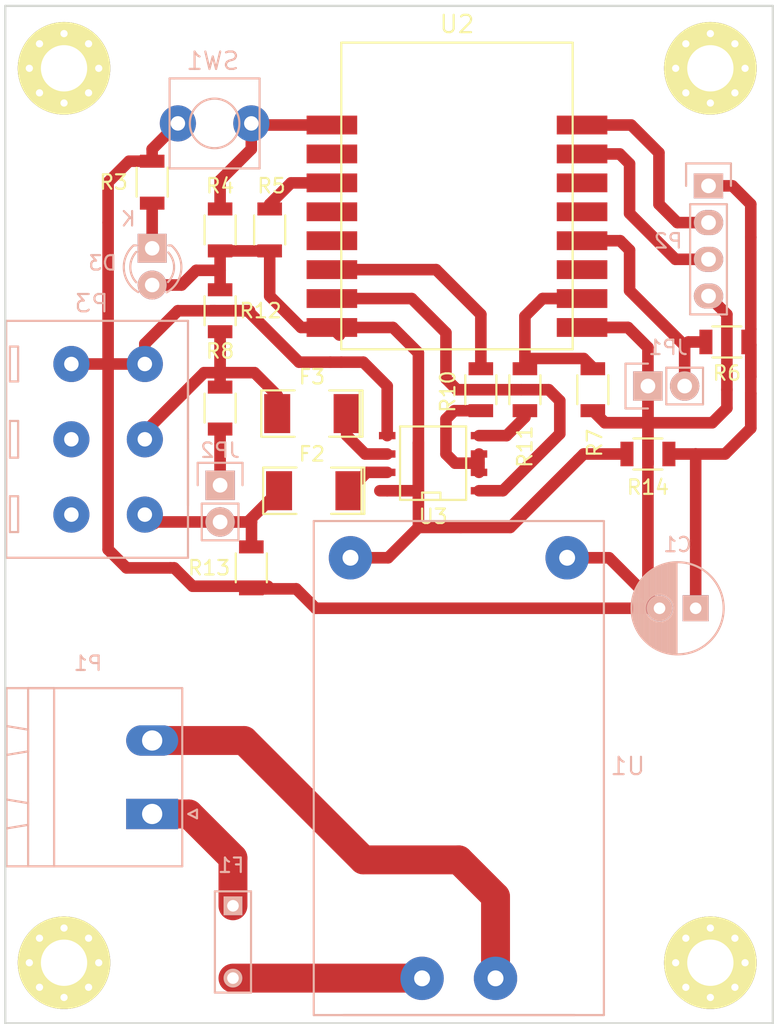
<source format=kicad_pcb>
(kicad_pcb (version 20221018) (generator pcbnew)
  (layers (0 "F.Cu" signal) (31 "B.Cu" signal) (34 "B.Paste" user) (35 "F.Paste" user) (36 "B.SilkS" user "B.Silkscreen") (37 "F.SilkS" user "F.Silkscreen") (38 "B.Mask" user) (39 "F.Mask" user) (44 "Edge.Cuts" user))
  (net 0 "")
  (net 1 "GND")
  (net 2 "+3V3")
  (net 3 "Net-(D3-K)")
  (net 4 "Net-(F1-Pad2)")
  (net 5 "Net-(F2-Pad1)")
  (net 6 "Net-(P1-P1)")
  (net 7 "Net-(F3-Pad1)")
  (net 8 "Net-(JP2-Pad1)")
  (net 9 "Net-(U3-B)")
  (net 10 "Net-(R11-Pad2)")
  (net 11 "Net-(R10-Pad2)")
  (net 12 "Net-(U2-Pad7)")
  (net 13 "Net-(P3-P1)")
  (net 14 "Net-(U3-A)")
  (net 15 "Net-(P3-P2)")
  (net 16 "Net-(U2-GPIO00)")
  (net 17 "Net-(P1-P2)")
  (net 18 "Net-(P2-P2)")
  (net 19 "Net-(P2-P3)")
  (net 20 "Net-(U2-RST)")
  (net 21 "Net-(U2-EN)")
  (net 22 "Net-(U2-GPIO15)")
  (net 23 "Net-(U2-GPIO12)")
  (net 24 "Net-(U3-DE)")
  (net 25 "Net-(U3-DI)")
  (net 32 "Net-(U2-GPIO13)")
  (footprint "SMD_Packages:SMD-2010_Pol" (layer "F.Cu") (at 120.269 101.346 180)
    (fp_text reference "F2" (at 0.127 2.54 180) (layer "F.SilkS"))
    (fp_text value "F_Small")
    (pad "1" smd rect (at -2.4003 0 180) (size 1.80086 2.70002) (layers "F.Cu" "F.Paste" "F.Mask") (net 9 "Net-(U3-B)"))
    (pad "2" smd rect (at 2.4003 0 180) (size 1.80086 2.70002) (layers "F.Cu" "F.Paste" "F.Mask") (net 13 "Net-(P3-P1)"))
  )
  (footprint "SMD_Packages:SMD-2010_Pol" (layer "F.Cu") (at 120.142 96.012 180)
    (fp_text reference "F3" (at 0 2.54 180) (layer "F.SilkS"))
    (fp_text value "F_Small")
    (pad "1" smd rect (at -2.4003 0 180) (size 1.80086 2.70002) (layers "F.Cu" "F.Paste" "F.Mask") (net 14 "Net-(U3-A)"))
    (pad "2" smd rect (at 2.4003 0 180) (size 1.80086 2.70002) (layers "F.Cu" "F.Paste" "F.Mask") (net 15 "Net-(P3-P2)"))
  )
  (footprint "esp8266_modbusgate_board:ESP-07" (layer "F.Cu") (at 130.175 83.058 -90)
    (fp_text reference "U2" (at -13.97 0) (layer "F.SilkS") (effects (font (size 1.2 1.2))))
    (fp_text value "ESP-07")
    (pad "1" smd rect (at -7 8.651 270) (size 1.3 3.5) (layers "F.Cu" "F.Paste" "F.Mask") (net 20 "Net-(U2-RST)"))
    (pad "2" smd rect (at -5 8.651 270) (size 1.3 3.5) (layers "F.Cu" "F.Paste" "F.Mask"))
    (pad "3" smd rect (at -3 8.651 270) (size 1.3 3.5) (layers "F.Cu" "F.Paste" "F.Mask") (net 21 "Net-(U2-EN)"))
    (pad "4" smd rect (at -1 8.651 270) (size 1.3 3.5) (layers "F.Cu" "F.Paste" "F.Mask"))
    (pad "5" smd rect (at 1 8.651 270) (size 1.3 3.5) (layers "F.Cu" "F.Paste" "F.Mask"))
    (pad "6" smd rect (at 3 8.651 270) (size 1.3 3.5) (layers "F.Cu" "F.Paste" "F.Mask") (net 23 "Net-(U2-GPIO12)"))
    (pad "7" smd rect (at 5 8.651 270) (size 1.3 3.5) (layers "F.Cu" "F.Paste" "F.Mask") (net 32 "Net-(U2-GPIO13)"))
    (pad "8" smd rect (at 7 8.651 270) (size 1.3 3.5) (layers "F.Cu" "F.Paste" "F.Mask") (net 2 "+3V3"))
    (pad "9" smd rect (at 7 -8.651 270) (size 1.3 3.5) (layers "F.Cu" "F.Paste" "F.Mask") (net 1 "GND"))
    (pad "10" smd rect (at 5 -8.651 270) (size 1.3 3.5) (layers "F.Cu" "F.Paste" "F.Mask") (net 22 "Net-(U2-GPIO15)"))
    (pad "11" smd rect (at 3 -8.651 270) (size 1.3 3.5) (layers "F.Cu" "F.Paste" "F.Mask"))
    (pad "12" smd rect (at 1 -8.651 270) (size 1.3 3.5) (layers "F.Cu" "F.Paste" "F.Mask") (net 16 "Net-(U2-GPIO00)"))
    (pad "13" smd rect (at -1 -8.651 270) (size 1.3 3.5) (layers "F.Cu" "F.Paste" "F.Mask"))
    (pad "14" smd rect (at -3 -8.651 270) (size 1.3 3.5) (layers "F.Cu" "F.Paste" "F.Mask"))
    (pad "15" smd rect (at -5 -8.651 270) (size 1.3 3.5) (layers "F.Cu" "F.Paste" "F.Mask") (net 19 "Net-(P2-P3)"))
    (pad "16" smd rect (at -7 -8.651 270) (size 1.3 3.5) (layers "F.Cu" "F.Paste" "F.Mask") (net 18 "Net-(P2-P2)"))
  )
  (footprint "Resistors_SMD:R_1206" (layer "F.Cu") (at 109.093 80.01 90)
    (fp_text reference "R3" (at 0 -2.667 180) (layer "F.SilkS"))
    (fp_text value "1K")
    (pad "1" smd rect (at -1.45 0 90) (size 0.9 1.7) (layers "F.Cu" "F.Paste" "F.Mask") (net 3 "Net-(D3-K)"))
    (pad "2" smd rect (at 1.45 0 90) (size 0.9 1.7) (layers "F.Cu" "F.Paste" "F.Mask") (net 1 "GND"))
  )
  (footprint "Resistors_SMD:R_1206" (layer "F.Cu") (at 113.792 83.312 -90)
    (fp_text reference "R4" (at -3.048 0) (layer "F.SilkS"))
    (fp_text value "1K")
    (pad "1" smd rect (at -1.45 0 270) (size 0.9 1.7) (layers "F.Cu" "F.Paste" "F.Mask") (net 20 "Net-(U2-RST)"))
    (pad "2" smd rect (at 1.45 0 270) (size 0.9 1.7) (layers "F.Cu" "F.Paste" "F.Mask") (net 2 "+3V3"))
  )
  (footprint "Resistors_SMD:R_1206" (layer "F.Cu") (at 117.221 83.312 -90)
    (fp_text reference "R5" (at -3.048 -0.127) (layer "F.SilkS"))
    (fp_text value "1K")
    (pad "1" smd rect (at -1.45 0 270) (size 0.9 1.7) (layers "F.Cu" "F.Paste" "F.Mask") (net 21 "Net-(U2-EN)"))
    (pad "2" smd rect (at 1.45 0 270) (size 0.9 1.7) (layers "F.Cu" "F.Paste" "F.Mask") (net 2 "+3V3"))
  )
  (footprint "Resistors_SMD:R_1206" (layer "F.Cu") (at 148.844 91.059)
    (fp_text reference "R6" (at 0 2.159) (layer "F.SilkS"))
    (fp_text value "1K")
    (pad "1" smd rect (at -1.45 0) (size 0.9 1.7) (layers "F.Cu" "F.Paste" "F.Mask") (net 16 "Net-(U2-GPIO00)"))
    (pad "2" smd rect (at 1.45 0) (size 0.9 1.7) (layers "F.Cu" "F.Paste" "F.Mask") (net 2 "+3V3"))
  )
  (footprint "Resistors_SMD:R_1206" (layer "F.Cu") (at 139.573 94.361 -90)
    (fp_text reference "R7" (at 3.683 -0.127 270) (layer "F.SilkS"))
    (fp_text value "1K")
    (pad "1" smd rect (at -1.45 0 270) (size 0.9 1.7) (layers "F.Cu" "F.Paste" "F.Mask") (net 22 "Net-(U2-GPIO15)"))
    (pad "2" smd rect (at 1.45 0 270) (size 0.9 1.7) (layers "F.Cu" "F.Paste" "F.Mask") (net 1 "GND"))
  )
  (footprint "Resistors_SMD:R_1206" (layer "F.Cu") (at 113.792 95.631 -90)
    (fp_text reference "R8" (at -3.937 0) (layer "F.SilkS"))
    (fp_text value "120")
    (pad "1" smd rect (at -1.45 0 270) (size 0.9 1.7) (layers "F.Cu" "F.Paste" "F.Mask") (net 15 "Net-(P3-P2)"))
    (pad "2" smd rect (at 1.45 0 270) (size 0.9 1.7) (layers "F.Cu" "F.Paste" "F.Mask") (net 8 "Net-(JP2-Pad1)"))
  )
  (footprint "Mounting_Holes:MountingHole_3.2mm_M3_Pad_Via" (layer "F.Cu") (at 102.997 133.985)
    (fp_text reference "REF**" hide)
    (fp_text value "MountingHole_3.2mm_M3_Pad_Via" hide)
    (pad "" thru_hole circle (at -2.4 0) (size 0.6 0.6) (drill 0.5) (layers "*.Cu" "*.Mask"))
    (pad "" thru_hole circle (at -1.697056 -1.697056) (size 0.6 0.6) (drill 0.5) (layers "*.Cu" "*.Mask"))
    (pad "" thru_hole circle (at -1.697056 1.697056) (size 0.6 0.6) (drill 0.5) (layers "*.Cu" "*.Mask"))
    (pad "" thru_hole circle (at 0 -2.4) (size 0.6 0.6) (drill 0.5) (layers "*.Cu" "*.Mask"))
    (pad "" thru_hole circle (at 0 2.4) (size 0.6 0.6) (drill 0.5) (layers "*.Cu" "*.Mask"))
    (pad "" thru_hole circle (at 1.697056 -1.697056) (size 0.6 0.6) (drill 0.5) (layers "*.Cu" "*.Mask"))
    (pad "" thru_hole circle (at 1.697056 1.697056) (size 0.6 0.6) (drill 0.5) (layers "*.Cu" "*.Mask"))
    (pad "" thru_hole circle (at 2.4 0) (size 0.6 0.6) (drill 0.5) (layers "*.Cu" "*.Mask"))
    (pad "1" thru_hole circle (at 0 0) (size 6.4 6.4) (drill 3.2) (layers "*.Cu" "*.Mask" "F.SilkS"))
  )
  (footprint "Resistors_SMD:R_1206" (layer "F.Cu") (at 131.826 94.361 -90)
    (fp_text reference "R10" (at 0.127 2.286 270) (layer "F.SilkS"))
    (fp_text value "0")
    (pad "1" smd rect (at -1.45 0 270) (size 0.9 1.7) (layers "F.Cu" "F.Paste" "F.Mask") (net 23 "Net-(U2-GPIO12)"))
    (pad "2" smd rect (at 1.45 0 270) (size 0.9 1.7) (layers "F.Cu" "F.Paste" "F.Mask") (net 24 "Net-(U3-DE)"))
  )
  (footprint "Resistors_SMD:R_1206" (layer "F.Cu") (at 134.874 94.361 -90)
    (fp_text reference "R11" (at 3.937 0 270) (layer "F.SilkS"))
    (fp_text value "0")
    (pad "1" smd rect (at -1.45 0 270) (size 0.9 1.7) (layers "F.Cu" "F.Paste" "F.Mask") (net 22 "Net-(U2-GPIO15)"))
    (pad "2" smd rect (at 1.45 0 270) (size 0.9 1.7) (layers "F.Cu" "F.Paste" "F.Mask") (net 25 "Net-(U3-DI)"))
  )
  (footprint "Mounting_Holes:MountingHole_3.2mm_M3_Pad_Via" (layer "F.Cu") (at 102.997 72.136)
    (fp_text reference "REF**" hide)
    (fp_text value "MountingHole_3.2mm_M3_Pad_Via" hide)
    (pad "" thru_hole circle (at -2.4 0) (size 0.6 0.6) (drill 0.5) (layers "*.Cu" "*.Mask"))
    (pad "" thru_hole circle (at -1.697056 -1.697056) (size 0.6 0.6) (drill 0.5) (layers "*.Cu" "*.Mask"))
    (pad "" thru_hole circle (at -1.697056 1.697056) (size 0.6 0.6) (drill 0.5) (layers "*.Cu" "*.Mask"))
    (pad "" thru_hole circle (at 0 -2.4) (size 0.6 0.6) (drill 0.5) (layers "*.Cu" "*.Mask"))
    (pad "" thru_hole circle (at 0 2.4) (size 0.6 0.6) (drill 0.5) (layers "*.Cu" "*.Mask"))
    (pad "" thru_hole circle (at 1.697056 -1.697056) (size 0.6 0.6) (drill 0.5) (layers "*.Cu" "*.Mask"))
    (pad "" thru_hole circle (at 1.697056 1.697056) (size 0.6 0.6) (drill 0.5) (layers "*.Cu" "*.Mask"))
    (pad "" thru_hole circle (at 2.4 0) (size 0.6 0.6) (drill 0.5) (layers "*.Cu" "*.Mask"))
    (pad "1" thru_hole circle (at 0 0) (size 6.4 6.4) (drill 3.2) (layers "*.Cu" "*.Mask" "F.SilkS"))
  )
  (footprint "Mounting_Holes:MountingHole_3.2mm_M3_Pad_Via" (layer "F.Cu") (at 147.701 133.985)
    (fp_text reference "REF**" hide)
    (fp_text value "MountingHole_3.2mm_M3_Pad_Via" hide)
    (pad "" thru_hole circle (at -2.4 0) (size 0.6 0.6) (drill 0.5) (layers "*.Cu" "*.Mask"))
    (pad "" thru_hole circle (at -1.697056 -1.697056) (size 0.6 0.6) (drill 0.5) (layers "*.Cu" "*.Mask"))
    (pad "" thru_hole circle (at -1.697056 1.697056) (size 0.6 0.6) (drill 0.5) (layers "*.Cu" "*.Mask"))
    (pad "" thru_hole circle (at 0 -2.4) (size 0.6 0.6) (drill 0.5) (layers "*.Cu" "*.Mask"))
    (pad "" thru_hole circle (at 0 2.4) (size 0.6 0.6) (drill 0.5) (layers "*.Cu" "*.Mask"))
    (pad "" thru_hole circle (at 1.697056 -1.697056) (size 0.6 0.6) (drill 0.5) (layers "*.Cu" "*.Mask"))
    (pad "" thru_hole circle (at 1.697056 1.697056) (size 0.6 0.6) (drill 0.5) (layers "*.Cu" "*.Mask"))
    (pad "" thru_hole circle (at 2.4 0) (size 0.6 0.6) (drill 0.5) (layers "*.Cu" "*.Mask"))
    (pad "1" thru_hole circle (at 0 0) (size 6.4 6.4) (drill 3.2) (layers "*.Cu" "*.Mask" "F.SilkS"))
  )
  (footprint "Mounting_Holes:MountingHole_3.2mm_M3_Pad_Via" (layer "F.Cu") (at 147.701 72.136)
    (fp_text reference "REF**" hide)
    (fp_text value "MountingHole_3.2mm_M3_Pad_Via" hide)
    (pad "" thru_hole circle (at -2.4 0) (size 0.6 0.6) (drill 0.5) (layers "*.Cu" "*.Mask"))
    (pad "" thru_hole circle (at -1.697056 -1.697056) (size 0.6 0.6) (drill 0.5) (layers "*.Cu" "*.Mask"))
    (pad "" thru_hole circle (at -1.697056 1.697056) (size 0.6 0.6) (drill 0.5) (layers "*.Cu" "*.Mask"))
    (pad "" thru_hole circle (at 0 -2.4) (size 0.6 0.6) (drill 0.5) (layers "*.Cu" "*.Mask"))
    (pad "" thru_hole circle (at 0 2.4) (size 0.6 0.6) (drill 0.5) (layers "*.Cu" "*.Mask"))
    (pad "" thru_hole circle (at 1.697056 -1.697056) (size 0.6 0.6) (drill 0.5) (layers "*.Cu" "*.Mask"))
    (pad "" thru_hole circle (at 1.697056 1.697056) (size 0.6 0.6) (drill 0.5) (layers "*.Cu" "*.Mask"))
    (pad "" thru_hole circle (at 2.4 0) (size 0.6 0.6) (drill 0.5) (layers "*.Cu" "*.Mask"))
    (pad "1" thru_hole circle (at 0 0) (size 6.4 6.4) (drill 3.2) (layers "*.Cu" "*.Mask" "F.SilkS"))
  )
  (footprint "Resistors_SMD:R_1206" (layer "F.Cu") (at 113.792 88.9 90)
    (fp_text reference "R12" (at 0 2.794 180) (layer "F.SilkS"))
    (fp_text value "10K")
    (pad "1" smd rect (at -1.45 0 90) (size 0.9 1.7) (layers "F.Cu" "F.Paste" "F.Mask") (net 15 "Net-(P3-P2)"))
    (pad "2" smd rect (at 1.45 0 90) (size 0.9 1.7) (layers "F.Cu" "F.Paste" "F.Mask") (net 2 "+3V3"))
  )
  (footprint "Resistors_SMD:R_1206" (layer "F.Cu") (at 115.951 106.68 90)
    (fp_text reference "R13" (at 0 -2.921 180) (layer "F.SilkS"))
    (fp_text value "10K")
    (pad "1" smd rect (at -1.45 0 90) (size 0.9 1.7) (layers "F.Cu" "F.Paste" "F.Mask") (net 1 "GND"))
    (pad "2" smd rect (at 1.45 0 90) (size 0.9 1.7) (layers "F.Cu" "F.Paste" "F.Mask") (net 13 "Net-(P3-P1)"))
  )
  (footprint "Resistors_SMD:R_1206" (layer "F.Cu") (at 143.383 98.806 180)
    (fp_text reference "R14" (at 0 -2.3 180) (layer "F.SilkS"))
    (fp_text value "0")
    (pad "1" smd rect (at -1.45 0 180) (size 0.9 1.7) (layers "F.Cu" "F.Paste" "F.Mask") (net 2 "+3V3"))
    (pad "2" smd rect (at 1.45 0 180) (size 0.9 1.7) (layers "F.Cu" "F.Paste" "F.Mask") (net 2 "+3V3"))
  )
  (footprint "SMD_Packages:SOIC-8-N" (layer "F.Cu") (at 128.524 99.441 90)
    (fp_text reference "U3" (at -3.683 0 180) (layer "F.SilkS"))
    (fp_text value "AD3485")
    (pad "1" smd rect (at -1.905 3.175 90) (size 0.508 1.143) (layers "F.Cu" "F.Paste" "F.Mask") (net 12 "Net-(U2-Pad7)"))
    (pad "2" smd rect (at -0.635 3.175 90) (size 0.508 1.143) (layers "F.Cu" "F.Paste" "F.Mask") (net 11 "Net-(R10-Pad2)"))
    (pad "3" smd rect (at 0.635 3.175 90) (size 0.508 1.143) (layers "F.Cu" "F.Paste" "F.Mask") (net 11 "Net-(R10-Pad2)"))
    (pad "4" smd rect (at 1.905 3.175 90) (size 0.508 1.143) (layers "F.Cu" "F.Paste" "F.Mask") (net 10 "Net-(R11-Pad2)"))
    (pad "5" smd rect (at 1.905 -3.175 90) (size 0.508 1.143) (layers "F.Cu" "F.Paste" "F.Mask") (net 1 "GND"))
    (pad "6" smd rect (at 0.635 -3.175 90) (size 0.508 1.143) (layers "F.Cu" "F.Paste" "F.Mask") (net 7 "Net-(F3-Pad1)"))
    (pad "7" smd rect (at -0.635 -3.175 90) (size 0.508 1.143) (layers "F.Cu" "F.Paste" "F.Mask") (net 5 "Net-(F2-Pad1)"))
    (pad "8" smd rect (at -1.905 -3.175 90) (size 0.508 1.143) (layers "F.Cu" "F.Paste" "F.Mask") (net 2 "+3V3"))
  )
  (footprint "Capacitors_ThroughHole:C_Radial_D6.3_L11.2_P2.5" (layer "B.Cu") (at 146.685 109.474 180)
    (fp_text reference "C1" (at 1.25 4.4 180) (layer "B.SilkS") (effects (justify mirror)))
    (fp_text value "CP")
    (pad "1" thru_hole rect (at 0 0 180) (size 1.8 1.8) (drill 0.8) (layers "*.Cu" "*.Mask" "B.SilkS") (net 2 "+3V3"))
    (pad "2" thru_hole circle (at 2.5 0 180) (size 1.8 1.8) (drill 0.8) (layers "*.Cu" "*.Mask" "B.SilkS") (net 1 "GND"))
  )
  (footprint "LEDs:LED-3MM" (layer "B.Cu") (at 109.093 84.582 -90)
    (fp_text reference "D3" (at 1.016 3.429) (layer "B.SilkS") (effects (justify mirror)))
    (fp_text value "Led_Small")
    (fp_text user "K" (at -2.032 1.651) (layer "B.SilkS") (effects (justify mirror)))
    (pad "1" thru_hole rect (at 0 0 180) (size 2 2) (drill 1.00076) (layers "*.Cu" "*.Mask" "B.SilkS") (net 3 "Net-(D3-K)"))
    (pad "2" thru_hole circle (at 2.54 0 270) (size 2 2) (drill 1.00076) (layers "*.Cu" "*.Mask" "B.SilkS") (net 2 "+3V3"))
  )
  (footprint "Capacitors_ThroughHole:C_Rect_L7_W2.5_P5" (layer "B.Cu") (at 114.681 130.048 -90)
    (fp_text reference "F1" (at -2.794 0.127) (layer "B.SilkS") (effects (justify mirror)))
    (fp_text value "F_Small" hide)
    (pad "1" thru_hole rect (at 0 0 270) (size 1.3 1.3) (drill 0.8) (layers "*.Cu" "*.Mask" "B.SilkS") (net 6 "Net-(P1-P1)"))
    (pad "2" thru_hole circle (at 5 0 270) (size 1.3 1.3) (drill 0.8) (layers "*.Cu" "*.Mask" "B.SilkS") (net 4 "Net-(F1-Pad2)"))
  )
  (footprint "Pin_Headers:Pin_Header_Straight_1x02" (layer "B.Cu") (at 143.383 94.107 -90)
    (fp_text reference "JP1" (at -2.667 -1.397) (layer "B.SilkS") (effects (justify mirror)))
    (fp_text value "Jumper_NO_Small")
    (pad "1" thru_hole rect (at 0 0 270) (size 2.032 2.032) (drill 1.016) (layers "*.Cu" "*.Mask" "B.SilkS") (net 1 "GND"))
    (pad "2" thru_hole oval (at 0 -2.54 270) (size 2.032 2.032) (drill 1.016) (layers "*.Cu" "*.Mask" "B.SilkS") (net 16 "Net-(U2-GPIO00)"))
  )
  (footprint "Pin_Headers:Pin_Header_Straight_1x02" (layer "B.Cu") (at 113.792 100.965 180)
    (fp_text reference "JP2" (at 0 2.413 180) (layer "B.SilkS") (effects (justify mirror)))
    (fp_text value "Jumper_NO_Small")
    (pad "1" thru_hole rect (at 0 0 180) (size 2.032 2.032) (drill 1.016) (layers "*.Cu" "*.Mask" "B.SilkS") (net 8 "Net-(JP2-Pad1)"))
    (pad "2" thru_hole oval (at 0 -2.54 180) (size 2.032 2.032) (drill 1.016) (layers "*.Cu" "*.Mask" "B.SilkS") (net 13 "Net-(P3-P1)"))
  )
  (footprint "esp8266_modbusgate_board:HLK-PMxx" (layer "B.Cu") (at 130.302 120.523 90)
    (fp_text reference "U1" (at 0.127 11.684) (layer "B.SilkS") (effects (font (size 1.2 1.2)) (justify mirror)))
    (fp_text value "HLK-PMxx")
    (pad "1" thru_hole circle (at -14.5415 2.54 90) (size 3 3) (drill 1.1) (layers "*.Cu" "*.Mask") (net 17 "Net-(P1-P2)"))
    (pad "2" thru_hole circle (at -14.5415 -2.54 90) (size 3 3) (drill 1.1) (layers "*.Cu" "*.Mask") (net 4 "Net-(F1-Pad2)"))
    (pad "3" thru_hole circle (at 14.5415 -7.493 90) (size 3 3) (drill 1.1) (layers "*.Cu" "*.Mask") (net 2 "+3V3"))
    (pad "4" thru_hole circle (at 14.5415 7.493 90) (size 3 3) (drill 1.1) (layers "*.Cu" "*.Mask") (net 1 "GND"))
  )
  (footprint "Connectors_Phoenix:PhoenixContact_MSTBA-G_02x5.08mm_Angled" (layer "B.Cu") (at 109.093 123.698 90)
    (fp_text reference "P1" (at 10.414 -4.445 180) (layer "B.SilkS") (effects (justify mirror)))
    (fp_text value "CONN_01X02" hide)
    (pad "1" thru_hole rect (at 0 0 90) (size 2.1 3.6) (drill 1.4) (layers "*.Cu" "*.Mask") (net 6 "Net-(P1-P1)"))
    (pad "2" thru_hole oval (at 5.08 0 90) (size 2.1 3.6) (drill 1.4) (layers "*.Cu" "*.Mask") (net 17 "Net-(P1-P2)"))
  )
  (footprint "Pin_Headers:Pin_Header_Straight_1x04" (layer "B.Cu") (at 147.574 80.264 180)
    (fp_text reference "P2" (at 2.794 -3.81 180) (layer "B.SilkS") (effects (justify mirror)))
    (fp_text value "CONN_01X04")
    (pad "1" thru_hole rect (at 0 0 180) (size 2.032 1.7272) (drill 1.016) (layers "*.Cu" "*.Mask" "B.SilkS") (net 2 "+3V3"))
    (pad "2" thru_hole oval (at 0 -2.54 180) (size 2.032 1.7272) (drill 1.016) (layers "*.Cu" "*.Mask" "B.SilkS") (net 18 "Net-(P2-P2)"))
    (pad "3" thru_hole oval (at 0 -5.08 180) (size 2.032 1.7272) (drill 1.016) (layers "*.Cu" "*.Mask" "B.SilkS") (net 19 "Net-(P2-P3)"))
    (pad "4" thru_hole oval (at 0 -7.62 180) (size 2.032 1.7272) (drill 1.016) (layers "*.Cu" "*.Mask" "B.SilkS") (net 1 "GND"))
  )
  (footprint "esp8266_modbusgate_board:BTN" (layer "B.Cu") (at 113.411 75.946 90)
    (fp_text reference "SW1" (at 4.318 -0.127) (layer "B.SilkS") (effects (font (size 1.2 1.2)) (justify mirror)))
    (fp_text value "SW_PUSH_SMALL_H")
    (pad "1" thru_hole circle (at 0 2.54 90) (size 2.5 2.5) (drill 1) (layers "*.Cu" "*.Mask") (net 20 "Net-(U2-RST)"))
    (pad "2" thru_hole circle (at 0 -2.54 90) (size 2.5 2.5) (drill 1) (layers "*.Cu" "*.Mask") (net 1 "GND"))
  )
  (footprint "esp8266_modbusgate_board:CONN" (layer "B.Cu") (at 105.283 97.79 -90)
    (fp_text reference "P3" (at -9.398 0.381 180) (layer "B.SilkS") (effects (font (size 1.2 1.2)) (justify mirror)))
    (fp_text value "CONN_01X03")
    (pad "1" thru_hole circle (at 5.207 -3.302 270) (size 2.5 2.5) (drill 1) (layers "*.Cu" "*.Mask") (net 13 "Net-(P3-P1)"))
    (pad "1" thru_hole circle (at 5.207 1.778 270) (size 2.5 2.5) (drill 1) (layers "*.Cu" "*.Mask") (net 13 "Net-(P3-P1)"))
    (pad "2" thru_hole circle (at 0 -3.302 270) (size 2.5 2.5) (drill 1) (layers "*.Cu" "*.Mask") (net 15 "Net-(P3-P2)"))
    (pad "2" thru_hole circle (at 0 1.778 270) (size 2.5 2.5) (drill 1) (layers "*.Cu" "*.Mask") (net 15 "Net-(P3-P2)"))
    (pad "3" thru_hole circle (at -5.207 -3.302 270) (size 2.5 2.5) (drill 1) (layers "*.Cu" "*.Mask") (net 1 "GND"))
    (pad "3" thru_hole circle (at -5.207 1.778 270) (size 2.5 2.5) (drill 1) (layers "*.Cu" "*.Mask") (net 1 "GND"))
  )
  (gr_line (start 152.019 138.176) (end 98.933 138.176) (stroke (width 0.15)) (layer "Edge.Cuts"))
  (gr_line (start 98.933 67.818) (end 98.933 138.176) (stroke (width 0.15)) (layer "Edge.Cuts"))
  (gr_line (start 152.019 67.818) (end 152.019 138.176) (stroke (width 0.15)) (layer "Edge.Cuts"))
  (gr_line (start 152.019 67.818) (end 98.933 67.818) (stroke (width 0.15)) (layer "Edge.Cuts"))
  (segment (start 108.638 92.53) (end 108.585 92.583) (width 0.9) (layer "F.Cu") (net 1))
  (segment (start 102.997 92.71) (end 103.505 92.583) (width 0.9) (layer "F.Cu") (net 1))
  (segment (start 108.712 92.837) (end 109.257 92.292) (width 0.8) (layer "F.Cu") (net 1))
  (segment (start 108.458 92.456) (end 108.585 92.583) (width 0.8) (layer "F.Cu") (net 1))
  (segment (start 115.824 88.9) (end 113.157 88.9) (width 0.8) (layer "F.Cu") (net 1))
  (segment (start 115.824 88.9) (end 114.681 88.9) (width 0.8) (layer "F.Cu") (net 1))
  (segment (start 142.001 90.058) (end 138.826 90.058) (width 0.8) (layer "F.Cu") (net 1))
  (segment (start 143.383 91.44) (end 142.001 90.058) (width 0.8) (layer "F.Cu") (net 1))
  (segment (start 142.001 90.058) (end 138.826 90.058) (width 0.8) (layer "F.Cu") (net 1))
  (segment (start 143.383 99.515) (end 143.383 99.314) (width 0.8) (layer "F.Cu") (net 1))
  (segment (start 143.383 99.314) (end 143.383 99.515) (width 0.8) (layer "F.Cu") (net 1))
  (segment (start 147.701 87.884) (end 147.574 87.884) (width 0.8) (layer "F.Cu") (net 1))
  (segment (start 143.383 96.647) (end 143.383 99.515) (width 0.8) (layer "F.Cu") (net 1))
  (segment (start 147.828 96.647) (end 148.844 95.631) (width 0.8) (layer "F.Cu") (net 1))
  (segment (start 148.844 95.631) (end 148.844 94.361) (width 0.8) (layer "F.Cu") (net 1))
  (segment (start 111.887 107.95) (end 110.617 106.68) (width 0.8) (layer "F.Cu") (net 1))
  (segment (start 114.681 88.9) (end 113.411 88.9) (width 0.8) (layer "F.Cu") (net 1))
  (segment (start 115.697 88.9) (end 119.253 92.456) (width 0.8) (layer "F.Cu") (net 1))
  (segment (start 119.253 92.456) (end 121.412 92.456) (width 0.8) (layer "F.Cu") (net 1))
  (segment (start 116.914 108.13) (end 117.094 107.95) (width 0.8) (layer "F.Cu") (net 1))
  (segment (start 117.094 107.95) (end 111.887 107.95) (width 0.8) (layer "F.Cu") (net 1))
  (segment (start 110.363 106.68) (end 110.617 106.68) (width 0.8) (layer "F.Cu") (net 1))
  (segment (start 107.315 106.68) (end 106.045 105.41) (width 0.8) (layer "F.Cu") (net 1))
  (segment (start 106.045 105.41) (end 106.045 92.583) (width 0.8) (layer "F.Cu") (net 1))
  (segment (start 106.045 92.583) (end 106.045 92.71) (width 0.8) (layer "F.Cu") (net 1))
  (segment (start 106.045 92.71) (end 106.045 92.583) (width 0.8) (layer "F.Cu") (net 1))
  (segment (start 106.045 92.583) (end 108.585 92.583) (width 0.8) (layer "F.Cu") (net 1))
  (segment (start 113.411 88.9) (end 113.157 88.9) (width 0.8) (layer "F.Cu") (net 1))
  (segment (start 109.093 77.724) (end 110.871 75.946) (width 0.8) (layer "F.Cu") (net 1))
  (segment (start 107.495 78.56) (end 106.045 80.01) (width 0.8) (layer "F.Cu") (net 1))
  (segment (start 106.045 80.01) (end 106.045 82.804) (width 0.8) (layer "F.Cu") (net 1))
  (segment (start 106.045 82.804) (end 106.045 92.583) (width 0.8) (layer "F.Cu") (net 1))
  (segment (start 125.349 94.107) (end 123.698 92.456) (width 0.8) (layer "F.Cu") (net 1))
  (segment (start 123.698 92.456) (end 122.174 92.456) (width 0.8) (layer "F.Cu") (net 1))
  (segment (start 122.174 92.456) (end 121.412 92.456) (width 0.8) (layer "F.Cu") (net 1))
  (segment (start 143.51 96.647) (end 147.828 96.647) (width 0.8) (layer "F.Cu") (net 1))
  (segment (start 140.409 96.647) (end 139.573 95.811) (width 0.8) (layer "F.Cu") (net 1))
  (segment (start 108.585 91.186) (end 110.871 88.9) (width 0.8) (layer "F.Cu") (net 1))
  (segment (start 148.844 89.154) (end 147.574 87.884) (width 0.8) (layer "F.Cu") (net 1))
  (segment (start 143.383 91.44) (end 142.001 90.058) (width 0.8) (layer "F.Cu") (net 1))
  (segment (start 142.001 90.058) (end 138.826 90.058) (width 0.8) (layer "F.Cu") (net 1))
  (segment (start 143.383 96.647) (end 140.409 96.647) (width 0.8) (layer "F.Cu") (net 1))
  (segment (start 140.409 96.647) (end 139.573 95.811) (width 0.8) (layer "F.Cu") (net 1))
  (segment (start 143.383 108.672) (end 144.185 109.474) (width 0.8) (layer "F.Cu") (net 1))
  (segment (start 120.396 109.474) (end 119.052 108.13) (width 0.8) (layer "F.Cu") (net 1))
  (segment (start 119.052 108.13) (end 115.951 108.13) (width 0.8) (layer "F.Cu") (net 1))
  (segment (start 140.6925 105.9815) (end 144.185 109.474) (width 0.8) (layer "F.Cu") (net 1))
  (segment (start 108.585 92.583) (end 108.585 91.186) (width 0.8) (layer "F.Cu") (net 1))
  (segment (start 114.681 88.9) (end 115.697 88.9) (width 0.8) (layer "F.Cu") (net 1))
  (segment (start 125.349 97.536) (end 125.349 94.107) (width 0.8) (layer "F.Cu") (net 1))
  (segment (start 109.093 78.56) (end 109.093 77.724) (width 0.8) (layer "F.Cu") (net 1))
  (segment (start 143.383 94.361) (end 143.383 91.44) (width 0.8) (layer "F.Cu") (net 1))
  (segment (start 103.505 92.583) (end 106.045 92.583) (width 0.8) (layer "F.Cu") (net 1))
  (segment (start 109.093 78.56) (end 107.495 78.56) (width 0.8) (layer "F.Cu") (net 1))
  (segment (start 108.585 92.583) (end 108.585 92.456) (width 0.8) (layer "F.Cu") (net 1))
  (segment (start 143.383 94.361) (end 143.383 96.647) (width 0.8) (layer "F.Cu") (net 1))
  (segment (start 143.383 94.107) (end 143.383 108.672) (width 0.8) (layer "F.Cu") (net 1))
  (segment (start 115.951 108.13) (end 116.914 108.13) (width 0.8) (layer "F.Cu") (net 1))
  (segment (start 138.826 90.058) (end 139.969 90.058) (width 0.8) (layer "F.Cu") (net 1))
  (segment (start 137.795 105.9815) (end 140.6925 105.9815) (width 0.8) (layer "F.Cu") (net 1))
  (segment (start 143.383 96.647) (end 143.51 96.647) (width 0.8) (layer "F.Cu") (net 1))
  (segment (start 113.411 88.9) (end 110.871 88.9) (width 0.8) (layer "F.Cu") (net 1))
  (segment (start 148.844 94.361) (end 148.844 89.154) (width 0.8) (layer "F.Cu") (net 1))
  (segment (start 110.363 106.68) (end 107.315 106.68) (width 0.8) (layer "F.Cu") (net 1))
  (segment (start 143.51 96.647) (end 140.409 96.647) (width 0.8) (layer "F.Cu") (net 1))
  (segment (start 144.185 109.474) (end 120.396 109.474) (width 0.8) (layer "F.Cu") (net 1))
  (segment (start 103.505 92.583) (end 104.267 92.456) (width 0.8) (layer "F.Cu") (net 1))
  (segment (start 122.047 90.581) (end 121.524 90.058) (width 0.8) (layer "F.Cu") (net 2))
  (segment (start 119.395 90.058) (end 117.221 87.884) (width 0.8) (layer "F.Cu") (net 2))
  (segment (start 117.221 87.884) (end 117.221 84.762) (width 0.8) (layer "F.Cu") (net 2))
  (segment (start 116.766 84.762) (end 117.221 84.762) (width 0.8) (layer "F.Cu") (net 2))
  (segment (start 127.508 101.346) (end 127.254 101.346) (width 0.8) (layer "F.Cu") (net 2))
  (segment (start 127.254 101.346) (end 127.508 101.346) (width 0.8) (layer "F.Cu") (net 2))
  (segment (start 127.508 101.346) (end 127.508 98.044) (width 0.8) (layer "F.Cu") (net 2))
  (segment (start 111.125 87.122) (end 112.141 86.106) (width 0.8) (layer "F.Cu") (net 2))
  (segment (start 112.141 86.106) (end 113.792 86.106) (width 0.8) (layer "F.Cu") (net 2))
  (segment (start 113.792 86.106) (end 113.792 87.45) (width 0.8) (layer "F.Cu") (net 2))
  (segment (start 125.745 90.058) (end 127.508 91.821) (width 0.8) (layer "F.Cu") (net 2))
  (segment (start 127.508 91.821) (end 127.508 98.044) (width 0.8) (layer "F.Cu") (net 2))
  (segment (start 149.225 80.264) (end 150.495 81.534) (width 0.8) (layer "F.Cu") (net 2))
  (segment (start 150.495 97.028) (end 150.495 94.615) (width 0.8) (layer "F.Cu") (net 2))
  (segment (start 150.495 90.17) (end 150.495 83.82) (width 0.8) (layer "F.Cu") (net 2))
  (segment (start 148.717 98.806) (end 150.495 97.028) (width 0.8) (layer "F.Cu") (net 2))
  (segment (start 150.495 97.028) (end 150.495 94.615) (width 0.8) (layer "F.Cu") (net 2))
  (segment (start 150.495 94.615) (end 150.495 93.472) (width 0.8) (layer "F.Cu") (net 2))
  (segment (start 146.685 98.806) (end 146.685 98.933) (width 0.8) (layer "F.Cu") (net 2))
  (segment (start 146.685 98.933) (end 146.685 98.806) (width 0.8) (layer "F.Cu") (net 2))
  (segment (start 146.685 98.806) (end 148.717 98.806) (width 0.8) (layer "F.Cu") (net 2))
  (segment (start 138.938 98.806) (end 138.557 99.187) (width 0.8) (layer "F.Cu") (net 2))
  (segment (start 138.557 99.187) (end 133.858 103.886) (width 0.8) (layer "F.Cu") (net 2))
  (segment (start 150.495 93.472) (end 150.495 90.17) (width 0.8) (layer "F.Cu") (net 2))
  (segment (start 150.495 91.26) (end 150.294 91.059) (width 0.8) (layer "F.Cu") (net 2))
  (segment (start 125.4125 105.9815) (end 127.508 103.886) (width 0.8) (layer "F.Cu") (net 2))
  (segment (start 127.508 103.886) (end 127.508 101.854) (width 0.8) (layer "F.Cu") (net 2))
  (segment (start 130.429 103.886) (end 133.858 103.886) (width 0.8) (layer "F.Cu") (net 2))
  (segment (start 109.093 87.122) (end 111.125 87.122) (width 0.8) (layer "F.Cu") (net 2))
  (segment (start 147.574 80.264) (end 149.225 80.264) (width 0.8) (layer "F.Cu") (net 2))
  (segment (start 150.495 83.82) (end 150.495 81.534) (width 0.8) (layer "F.Cu") (net 2))
  (segment (start 121.524 90.058) (end 119.395 90.058) (width 0.8) (layer "F.Cu") (net 2))
  (segment (start 117.221 84.762) (end 113.509 84.762) (width 0.8) (layer "F.Cu") (net 2))
  (segment (start 121.524 90.058) (end 119.776 90.058) (width 0.8) (layer "F.Cu") (net 2))
  (segment (start 127.508 103.886) (end 130.429 103.886) (width 0.8) (layer "F.Cu") (net 2))
  (segment (start 113.792 84.762) (end 113.792 86.106) (width 0.8) (layer "F.Cu") (net 2))
  (segment (start 125.349 101.346) (end 124.841 101.346) (width 0.8) (layer "F.Cu") (net 2))
  (segment (start 121.524 90.058) (end 125.745 90.058) (width 0.8) (layer "F.Cu") (net 2))
  (segment (start 144.833 98.806) (end 146.685 98.806) (width 0.8) (layer "F.Cu") (net 2))
  (segment (start 146.685 109.474) (end 146.685 98.806) (width 0.8) (layer "F.Cu") (net 2))
  (segment (start 122.809 105.9815) (end 125.4125 105.9815) (width 0.8) (layer "F.Cu") (net 2))
  (segment (start 127.508 98.044) (end 127.508 101.854) (width 0.8) (layer "F.Cu") (net 2))
  (segment (start 125.349 101.346) (end 127.508 101.346) (width 0.8) (layer "F.Cu") (net 2))
  (segment (start 150.495 93.472) (end 150.495 91.26) (width 0.8) (layer "F.Cu") (net 2))
  (segment (start 141.933 98.806) (end 138.938 98.806) (width 0.8) (layer "F.Cu") (net 2))
  (segment (start 109.093 84.582) (end 109.093 81.46) (width 0.8) (layer "F.Cu") (net 3))
  (segment (start 127.7455 135.048) (end 127.762 135.0645) (width 2) (layer "F.Cu") (net 4))
  (segment (start 114.681 135.048) (end 127.7455 135.048) (width 2) (layer "F.Cu") (net 4))
  (segment (start 123.9393 100.076) (end 122.6693 101.346) (width 0.8) (layer "F.Cu") (net 5))
  (segment (start 125.349 100.076) (end 123.9393 100.076) (width 0.8) (layer "F.Cu") (net 5))
  (segment (start 111.633 123.698) (end 114.681 126.746) (width 2) (layer "F.Cu") (net 6))
  (segment (start 114.681 126.746) (end 114.681 130.048) (width 2) (layer "F.Cu") (net 6))
  (segment (start 109.093 123.698) (end 111.633 123.698) (width 2) (layer "F.Cu") (net 6))
  (segment (start 123.825 98.806) (end 122.5423 97.5233) (width 0.8) (layer "F.Cu") (net 7))
  (segment (start 122.5423 97.5233) (end 122.5423 96.012) (width 0.8) (layer "F.Cu") (net 7))
  (segment (start 125.349 98.806) (end 123.825 98.806) (width 0.8) (layer "F.Cu") (net 7))
  (segment (start 113.792 98.081) (end 113.792 100.965) (width 0.8) (layer "F.Cu") (net 8))
  (segment (start 113.792 97.081) (end 113.792 98.081) (width 0.8) (layer "F.Cu") (net 8))
  (segment (start 113.792 98.081) (end 113.792 100.965) (width 0.8) (layer "F.Cu") (net 8))
  (segment (start 134.874 96.266) (end 133.604 97.536) (width 0.8) (layer "F.Cu") (net 10))
  (segment (start 133.604 97.536) (end 131.699 97.536) (width 0.8) (layer "F.Cu") (net 10))
  (segment (start 134.874 95.811) (end 134.874 96.266) (width 0.8) (layer "F.Cu") (net 10))
  (segment (start 131.699 99.441) (end 131.699 98.806) (width 0.8) (layer "F.Cu") (net 11))
  (segment (start 130.048 99.441) (end 129.413 98.806) (width 0.8) (layer "F.Cu") (net 11))
  (segment (start 129.413 98.806) (end 129.413 96.393) (width 0.8) (layer "F.Cu") (net 11))
  (segment (start 129.413 96.393) (end 129.995 95.811) (width 0.8) (layer "F.Cu") (net 11))
  (segment (start 129.995 95.811) (end 131.826 95.811) (width 0.8) (layer "F.Cu") (net 11))
  (segment (start 131.699 99.441) (end 130.048 99.441) (width 0.8) (layer "F.Cu") (net 11))
  (segment (start 131.699 100.076) (end 131.699 99.441) (width 0.8) (layer "F.Cu") (net 11))
  (segment (start 121.604 88.138) (end 121.524 88.058) (width 0.9) (layer "F.Cu") (net 12))
  (segment (start 127.047 88.058) (end 129.413 90.424) (width 0.8) (layer "F.Cu") (net 12))
  (segment (start 129.413 90.424) (end 129.413 93.599) (width 0.8) (layer "F.Cu") (net 12))
  (segment (start 129.413 93.599) (end 130.175 94.361) (width 0.8) (layer "F.Cu") (net 12))
  (segment (start 130.175 94.361) (end 134.62 94.361) (width 0.8) (layer "F.Cu") (net 12))
  (segment (start 136.525 94.361) (end 137.287 95.123) (width 0.8) (layer "F.Cu") (net 12))
  (segment (start 137.287 95.123) (end 137.287 97.409) (width 0.8) (layer "F.Cu") (net 12))
  (segment (start 137.287 97.409) (end 133.35 101.346) (width 0.8) (layer "F.Cu") (net 12))
  (segment (start 133.35 101.346) (end 131.699 101.346) (width 0.8) (layer "F.Cu") (net 12))
  (segment (start 134.62 94.361) (end 136.525 94.361) (width 0.8) (layer "F.Cu") (net 12))
  (segment (start 121.524 88.058) (end 127.047 88.058) (width 0.8) (layer "F.Cu") (net 12))
  (segment (start 108.585 102.997) (end 108.458 103.124) (width 1) (layer "F.Cu") (net 13))
  (segment (start 109.093 103.505) (end 108.585 102.997) (width 0.8) (layer "F.Cu") (net 13))
  (segment (start 108.913 103.325) (end 108.585 102.997) (width 0.8) (layer "F.Cu") (net 13))
  (segment (start 115.9637 105.2173) (end 115.951 105.23) (width 0.8) (layer "F.Cu") (net 13))
  (segment (start 115.9637 103.505) (end 115.951 103.505) (width 0.8) (layer "F.Cu") (net 13))
  (segment (start 115.951 103.505) (end 115.9637 103.505) (width 0.8) (layer "F.Cu") (net 13))
  (segment (start 115.9637 103.505) (end 115.9637 105.2173) (width 0.8) (layer "F.Cu") (net 13))
  (segment (start 109.22 103.632) (end 108.585 102.997) (width 0.8) (layer "F.Cu") (net 13))
  (segment (start 109.093 103.505) (end 108.585 102.997) (width 0.8) (layer "F.Cu") (net 13))
  (segment (start 115.951 103.505) (end 115.9637 103.505) (width 0.8) (layer "F.Cu") (net 13))
  (segment (start 115.7097 103.505) (end 117.8687 101.346) (width 0.8) (layer "F.Cu") (net 13))
  (segment (start 113.792 103.505) (end 115.951 103.505) (width 0.8) (layer "F.Cu") (net 13))
  (segment (start 113.792 103.505) (end 115.7097 103.505) (width 0.8) (layer "F.Cu") (net 13))
  (segment (start 108.712 103.452) (end 108.913 103.325) (width 0.8) (layer "F.Cu") (net 13))
  (segment (start 113.792 103.505) (end 109.093 103.505) (width 0.8) (layer "F.Cu") (net 13))
  (segment (start 113.792 93.181) (end 113.702 93.091) (width 0.8) (layer "F.Cu") (net 15))
  (segment (start 113.702 93.091) (end 113.665 93.091) (width 0.8) (layer "F.Cu") (net 15))
  (segment (start 113.665 93.091) (end 113.665 93.181) (width 0.8) (layer "F.Cu") (net 15))
  (segment (start 113.792 93.181) (end 113.792 90.35) (width 0.8) (layer "F.Cu") (net 15))
  (segment (start 108.585 97.282) (end 112.686 93.181) (width 0.8) (layer "F.Cu") (net 15))
  (segment (start 112.686 93.181) (end 113.792 93.181) (width 0.8) (layer "F.Cu") (net 15))
  (segment (start 116.168 93.181) (end 117.7417 94.7547) (width 0.8) (layer "F.Cu") (net 15))
  (segment (start 117.7417 94.7547) (end 117.7417 96.012) (width 0.8) (layer "F.Cu") (net 15))
  (segment (start 113.792 93.181) (end 113.792 94.181) (width 0.8) (layer "F.Cu") (net 15))
  (segment (start 108.585 97.79) (end 108.585 97.663) (width 0.8) (layer "F.Cu") (net 15))
  (segment (start 108.585 97.79) (end 109.093 97.79) (width 0.9) (layer "F.Cu") (net 15))
  (segment (start 113.792 90.35) (end 113.792 93.181) (width 0.8) (layer "F.Cu") (net 15))
  (segment (start 113.792 93.181) (end 116.168 93.181) (width 0.8) (layer "F.Cu") (net 15))
  (segment (start 108.585 97.79) (end 108.585 97.536) (width 0.8) (layer "F.Cu") (net 15))
  (segment (start 108.585 97.79) (end 108.585 97.282) (width 0.8) (layer "F.Cu") (net 15))
  (segment (start 145.923 91.313) (end 142.113 87.503) (width 0.8) (layer "F.Cu") (net 16))
  (segment (start 142.113 87.503) (end 142.113 84.709) (width 0.8) (layer "F.Cu") (net 16))
  (segment (start 142.113 84.709) (end 141.462 84.058) (width 0.8) (layer "F.Cu") (net 16))
  (segment (start 141.462 84.058) (end 138.826 84.058) (width 0.8) (layer "F.Cu") (net 16))
  (segment (start 146.177 91.059) (end 145.923 91.313) (width 0.8) (layer "F.Cu") (net 16))
  (segment (start 145.923 94.361) (end 145.923 91.313) (width 0.8) (layer "F.Cu") (net 16))
  (segment (start 147.394 91.059) (end 146.177 91.059) (width 0.8) (layer "F.Cu") (net 16))
  (segment (start 115.443 118.618) (end 123.698 126.873) (width 2) (layer "F.Cu") (net 17))
  (segment (start 123.698 126.873) (end 130.302 126.873) (width 2) (layer "F.Cu") (net 17))
  (segment (start 130.302 126.873) (end 132.842 129.413) (width 2) (layer "F.Cu") (net 17))
  (segment (start 132.842 129.413) (end 132.842 135.0645) (width 2) (layer "F.Cu") (net 17))
  (segment (start 109.093 118.618) (end 115.443 118.618) (width 2) (layer "F.Cu") (net 17))
  (segment (start 145.415 82.804) (end 144.145 81.534) (width 0.8) (layer "F.Cu") (net 18))
  (segment (start 144.145 81.534) (end 144.145 77.978) (width 0.8) (layer "F.Cu") (net 18))
  (segment (start 144.145 77.978) (end 142.225 76.058) (width 0.8) (layer "F.Cu") (net 18))
  (segment (start 142.225 76.058) (end 138.826 76.058) (width 0.8) (layer "F.Cu") (net 18))
  (segment (start 147.574 82.804) (end 145.415 82.804) (width 0.8) (layer "F.Cu") (net 18))
  (segment (start 138.906 77.978) (end 138.826 78.058) (width 0.8) (layer "F.Cu") (net 19))
  (segment (start 145.288 85.344) (end 142.113 82.169) (width 0.8) (layer "F.Cu") (net 19))
  (segment (start 142.113 82.169) (end 142.113 78.74) (width 0.8) (layer "F.Cu") (net 19))
  (segment (start 142.113 78.74) (end 141.431 78.058) (width 0.8) (layer "F.Cu") (net 19))
  (segment (start 141.431 78.058) (end 138.826 78.058) (width 0.8) (layer "F.Cu") (net 19))
  (segment (start 147.574 85.344) (end 145.288 85.344) (width 0.8) (layer "F.Cu") (net 19))
  (segment (start 115.824 76.073) (end 115.951 75.946) (width 0.8) (layer "F.Cu") (net 20))
  (segment (start 115.951 77.724) (end 113.792 79.883) (width 0.8) (layer "F.Cu") (net 20))
  (segment (start 113.792 79.883) (end 113.792 81.862) (width 0.8) (layer "F.Cu") (net 20))
  (segment (start 115.951 75.946) (end 115.951 77.724) (width 0.8) (layer "F.Cu") (net 20))
  (segment (start 121.524 76.058) (end 115.331 76.058) (width 0.8) (layer "F.Cu") (net 20))
  (segment (start 118.697 80.058) (end 117.221 81.534) (width 0.8) (layer "F.Cu") (net 21))
  (segment (start 117.221 81.534) (end 117.221 81.862) (width 0.8) (layer "F.Cu") (net 21))
  (segment (start 121.524 80.058) (end 118.697 80.058) (width 0.8) (layer "F.Cu") (net 21))
  (segment (start 138.926 87.958) (end 138.826 88.058) (width 0.8) (layer "F.Cu") (net 22))
  (segment (start 136.097 88.058) (end 138.826 88.058) (width 0.8) (layer "F.Cu") (net 22))
  (segment (start 134.874 89.281) (end 136.097 88.058) (width 0.8) (layer "F.Cu") (net 22))
  (segment (start 136.097 88.058) (end 138.826 88.058) (width 0.8) (layer "F.Cu") (net 22))
  (segment (start 134.874 92.202) (end 134.874 89.281) (width 0.8) (layer "F.Cu") (net 22))
  (segment (start 139.573 92.837) (end 138.938 92.202) (width 0.8) (layer "F.Cu") (net 22))
  (segment (start 138.938 92.202) (end 134.874 92.202) (width 0.8) (layer "F.Cu") (net 22))
  (segment (start 139.573 92.911) (end 139.573 92.837) (width 0.8) (layer "F.Cu") (net 22))
  (segment (start 134.874 92.911) (end 134.874 92.202) (width 0.8) (layer "F.Cu") (net 22))
  (segment (start 131.826 89.154) (end 128.73 86.058) (width 0.8) (layer "F.Cu") (net 23))
  (segment (start 128.73 86.058) (end 121.524 86.058) (width 0.8) (layer "F.Cu") (net 23))
  (segment (start 131.826 92.911) (end 131.826 89.154) (width 0.8) (layer "F.Cu") (net 23))
)
</source>
